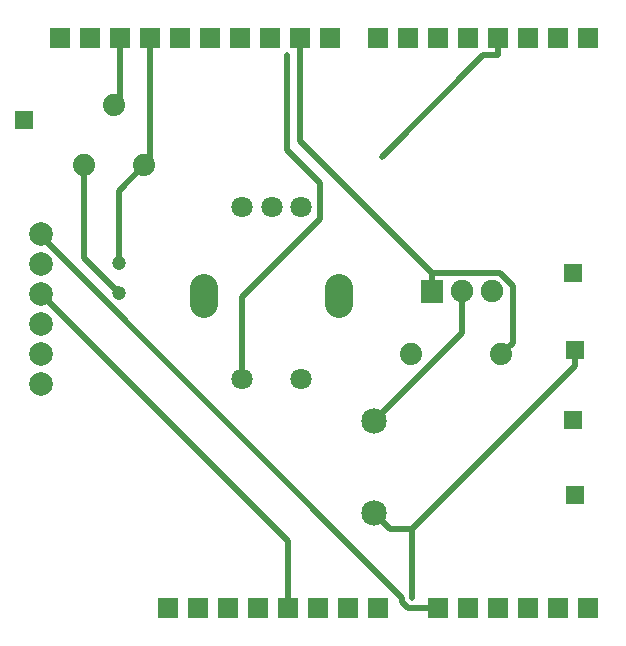
<source format=gbl>
G04 Layer: BottomLayer*
G04 EasyEDA v6.4.14, 2021-01-16T22:14:06+01:00*
G04 127a1a6c01e64450920e76bbda239c08,12e5bc712d0f4a5fb02ba00eb72bdd37,10*
G04 Gerber Generator version 0.2*
G04 Scale: 100 percent, Rotated: No, Reflected: No *
G04 Dimensions in inches *
G04 leading zeros omitted , absolute positions ,3 integer and 6 decimal *
%FSLAX36Y36*%
%MOIN*%

%ADD11C,0.0200*%
%ADD12C,0.0787*%
%ADD13C,0.0740*%
%ADD15C,0.0750*%
%ADD16C,0.0470*%
%ADD17C,0.0709*%
%ADD18R,0.0620X0.0620*%
%ADD19C,0.0850*%
%ADD21C,0.0945*%

%LPD*%
D11*
X1942899Y105000D02*
G01*
X1941999Y104000D01*
X1899099Y104000D01*
X1879099Y124000D01*
X1879099Y139400D01*
X675200Y1343299D01*
X675200Y1353000D01*
X2000000Y105000D02*
G01*
X1942899Y105000D01*
X2455000Y965000D02*
G01*
X2455000Y909899D01*
X1913299Y368099D02*
G01*
X1839399Y368099D01*
X1785000Y422500D01*
X1913299Y138200D02*
G01*
X1913299Y368099D01*
X1913299Y368099D02*
G01*
X2455000Y909899D01*
X2200000Y1947899D02*
G01*
X2150100Y1947899D01*
X1811000Y1608800D01*
X2200000Y2005000D02*
G01*
X2200000Y1947899D01*
X1346599Y869600D02*
G01*
X1346599Y1142699D01*
X1605500Y1401599D01*
X1605500Y1521799D01*
X1495900Y1631399D01*
X1495900Y1947899D01*
X1785000Y727500D02*
G01*
X2078999Y1021500D01*
X2078999Y1160000D01*
X1540000Y2005000D02*
G01*
X1540000Y1660599D01*
X1978999Y1221599D01*
X1978999Y1160000D02*
G01*
X1978999Y1213099D01*
X1978999Y1213099D02*
G01*
X1978999Y1221599D01*
X1978999Y1221599D02*
G01*
X2206000Y1221599D01*
X2248100Y1179499D01*
X2248100Y988099D01*
X2210000Y950000D01*
X1040000Y2005000D02*
G01*
X1040000Y1600000D01*
X1020000Y1580000D01*
X935000Y1255000D02*
G01*
X935000Y1495000D01*
X1020000Y1580000D01*
X940000Y2005000D02*
G01*
X940000Y1800000D01*
X920000Y1780000D01*
X1500000Y105000D02*
G01*
X1500000Y328200D01*
X675200Y1153000D01*
X935000Y1155000D02*
G01*
X820000Y1270000D01*
X820000Y1580000D01*
D12*
G01*
X675200Y1353029D03*
G01*
X675200Y1253029D03*
G01*
X675200Y1153029D03*
G01*
X675200Y1053029D03*
G01*
X675200Y953029D03*
G01*
X675200Y853029D03*
D13*
G01*
X820000Y1580000D03*
G01*
X920000Y1780000D03*
G01*
X1020000Y1580000D03*
G01*
X1910000Y950000D03*
G01*
X2210000Y950000D03*
G36*
X1941499Y1197500D02*
G01*
X2016499Y1197500D01*
X2016499Y1122500D01*
X1941499Y1122500D01*
G37*
D15*
G01*
X2078999Y1160000D03*
G01*
X2178999Y1160000D03*
D16*
G01*
X935000Y1255000D03*
G01*
X935000Y1155000D03*
D17*
G01*
X1543419Y869569D03*
G01*
X1346570Y869569D03*
G01*
X1543419Y1440430D03*
G01*
X1445000Y1440430D03*
G01*
X1346570Y1440430D03*
D18*
G01*
X2455000Y480000D03*
G01*
X2450000Y1220000D03*
G01*
X2450000Y730000D03*
G01*
X2455000Y965000D03*
G01*
X620000Y1730000D03*
D19*
G01*
X1785000Y727500D03*
G01*
X1785000Y422500D03*
G36*
X2066999Y2038000D02*
G01*
X2133000Y2038000D01*
X2133000Y1971999D01*
X2066999Y1971999D01*
G37*
G36*
X1966999Y138000D02*
G01*
X2033000Y138000D01*
X2033000Y71999D01*
X1966999Y71999D01*
G37*
G36*
X2166999Y2038000D02*
G01*
X2233000Y2038000D01*
X2233000Y1971999D01*
X2166999Y1971999D01*
G37*
G36*
X2266999Y2038000D02*
G01*
X2333000Y2038000D01*
X2333000Y1971999D01*
X2266999Y1971999D01*
G37*
G36*
X2366999Y2038000D02*
G01*
X2433000Y2038000D01*
X2433000Y1971999D01*
X2366999Y1971999D01*
G37*
G36*
X2466999Y2038000D02*
G01*
X2533000Y2038000D01*
X2533000Y1971999D01*
X2466999Y1971999D01*
G37*
G36*
X1966999Y2038000D02*
G01*
X2033000Y2038000D01*
X2033000Y1971999D01*
X1966999Y1971999D01*
G37*
G36*
X1866999Y2038000D02*
G01*
X1933000Y2038000D01*
X1933000Y1971999D01*
X1866999Y1971999D01*
G37*
G36*
X1766999Y2038000D02*
G01*
X1833000Y2038000D01*
X1833000Y1971999D01*
X1766999Y1971999D01*
G37*
G36*
X1606999Y2038000D02*
G01*
X1673000Y2038000D01*
X1673000Y1971999D01*
X1606999Y1971999D01*
G37*
G36*
X1506999Y2038000D02*
G01*
X1573000Y2038000D01*
X1573000Y1971999D01*
X1506999Y1971999D01*
G37*
G36*
X1406999Y2038000D02*
G01*
X1473000Y2038000D01*
X1473000Y1971999D01*
X1406999Y1971999D01*
G37*
G36*
X1306999Y2038000D02*
G01*
X1373000Y2038000D01*
X1373000Y1971999D01*
X1306999Y1971999D01*
G37*
G36*
X1206999Y2038000D02*
G01*
X1273000Y2038000D01*
X1273000Y1971999D01*
X1206999Y1971999D01*
G37*
G36*
X1106999Y2038000D02*
G01*
X1173000Y2038000D01*
X1173000Y1971999D01*
X1106999Y1971999D01*
G37*
G36*
X1006999Y2038000D02*
G01*
X1073000Y2038000D01*
X1073000Y1971999D01*
X1006999Y1971999D01*
G37*
G36*
X906999Y2038000D02*
G01*
X973000Y2038000D01*
X973000Y1971999D01*
X906999Y1971999D01*
G37*
G36*
X2066999Y138000D02*
G01*
X2133000Y138000D01*
X2133000Y71999D01*
X2066999Y71999D01*
G37*
G36*
X2166999Y138000D02*
G01*
X2233000Y138000D01*
X2233000Y71999D01*
X2166999Y71999D01*
G37*
G36*
X2266999Y138000D02*
G01*
X2333000Y138000D01*
X2333000Y71999D01*
X2266999Y71999D01*
G37*
G36*
X2366999Y138000D02*
G01*
X2433000Y138000D01*
X2433000Y71999D01*
X2366999Y71999D01*
G37*
G36*
X2466999Y138000D02*
G01*
X2533000Y138000D01*
X2533000Y71999D01*
X2466999Y71999D01*
G37*
G36*
X1766999Y138000D02*
G01*
X1833000Y138000D01*
X1833000Y71999D01*
X1766999Y71999D01*
G37*
G36*
X1666999Y138000D02*
G01*
X1733000Y138000D01*
X1733000Y71999D01*
X1666999Y71999D01*
G37*
G36*
X1566999Y138000D02*
G01*
X1633000Y138000D01*
X1633000Y71999D01*
X1566999Y71999D01*
G37*
G36*
X1466999Y138000D02*
G01*
X1533000Y138000D01*
X1533000Y71999D01*
X1466999Y71999D01*
G37*
G36*
X1366999Y138000D02*
G01*
X1433000Y138000D01*
X1433000Y71999D01*
X1366999Y71999D01*
G37*
G36*
X1266999Y138000D02*
G01*
X1333000Y138000D01*
X1333000Y71999D01*
X1266999Y71999D01*
G37*
G36*
X806999Y2038000D02*
G01*
X873000Y2038000D01*
X873000Y1971999D01*
X806999Y1971999D01*
G37*
G36*
X706999Y2038000D02*
G01*
X773000Y2038000D01*
X773000Y1971999D01*
X706999Y1971999D01*
G37*
G36*
X1166999Y138000D02*
G01*
X1233000Y138000D01*
X1233000Y71999D01*
X1166999Y71999D01*
G37*
G36*
X1066999Y138000D02*
G01*
X1133000Y138000D01*
X1133000Y71999D01*
X1066999Y71999D01*
G37*
D11*
G01*
X1913299Y138200D03*
G01*
X1811000Y1608800D03*
G01*
X1495900Y1947899D03*
D21*
X1669409Y1117600D02*
G01*
X1669409Y1172719D01*
X1220590Y1117600D02*
G01*
X1220590Y1172719D01*
M02*

</source>
